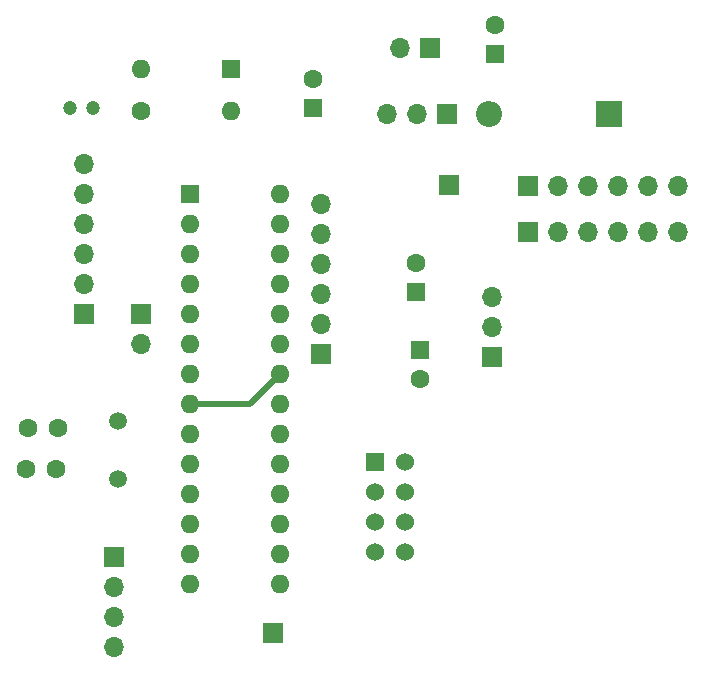
<source format=gtl>
G04 #@! TF.GenerationSoftware,KiCad,Pcbnew,(5.1.4)-1*
G04 #@! TF.CreationDate,2020-08-27T05:36:11+02:00*
G04 #@! TF.ProjectId,transmitter,7472616e-736d-4697-9474-65722e6b6963,v1.0*
G04 #@! TF.SameCoordinates,Original*
G04 #@! TF.FileFunction,Copper,L1,Top*
G04 #@! TF.FilePolarity,Positive*
%FSLAX46Y46*%
G04 Gerber Fmt 4.6, Leading zero omitted, Abs format (unit mm)*
G04 Created by KiCad (PCBNEW (5.1.4)-1) date 2020-08-27 05:36:11*
%MOMM*%
%LPD*%
G04 APERTURE LIST*
%ADD10R,1.600000X1.600000*%
%ADD11O,1.600000X1.600000*%
%ADD12O,1.700000X1.700000*%
%ADD13R,1.700000X1.700000*%
%ADD14C,1.600000*%
%ADD15C,1.200000*%
%ADD16R,2.200000X2.200000*%
%ADD17O,2.200000X2.200000*%
%ADD18R,1.524000X1.524000*%
%ADD19C,1.524000*%
%ADD20C,1.500000*%
%ADD21C,0.500000*%
G04 APERTURE END LIST*
D10*
X221424500Y-38354000D03*
D11*
X229044500Y-71374000D03*
X221424500Y-40894000D03*
X229044500Y-68834000D03*
X221424500Y-43434000D03*
X229044500Y-66294000D03*
X221424500Y-45974000D03*
X229044500Y-63754000D03*
X221424500Y-48514000D03*
X229044500Y-61214000D03*
X221424500Y-51054000D03*
X229044500Y-58674000D03*
X221424500Y-53594000D03*
X229044500Y-56134000D03*
X221424500Y-56134000D03*
X229044500Y-53594000D03*
X221424500Y-58674000D03*
X229044500Y-51054000D03*
X221424500Y-61214000D03*
X229044500Y-48514000D03*
X221424500Y-63754000D03*
X229044500Y-45974000D03*
X221424500Y-66294000D03*
X229044500Y-43434000D03*
X221424500Y-68834000D03*
X229044500Y-40894000D03*
X221424500Y-71374000D03*
X229044500Y-38354000D03*
D12*
X262699500Y-37655500D03*
X260159500Y-37655500D03*
X257619500Y-37655500D03*
X255079500Y-37655500D03*
X252539500Y-37655500D03*
D13*
X249999500Y-37655500D03*
D12*
X262699500Y-41592500D03*
X260159500Y-41592500D03*
X257619500Y-41592500D03*
X255079500Y-41592500D03*
X252539500Y-41592500D03*
D13*
X249999500Y-41592500D03*
D12*
X214947500Y-76708000D03*
X214947500Y-74168000D03*
X214947500Y-71628000D03*
D13*
X214947500Y-69088000D03*
D12*
X217297000Y-51054000D03*
D13*
X217297000Y-48514000D03*
X228473000Y-75501500D03*
D14*
X210058000Y-61658500D03*
X207558000Y-61658500D03*
X207748500Y-58166000D03*
X210248500Y-58166000D03*
D15*
X213233000Y-31115000D03*
X211233000Y-31115000D03*
D10*
X240538000Y-46672500D03*
D14*
X240538000Y-44172500D03*
X240855500Y-54062000D03*
D10*
X240855500Y-51562000D03*
X231838500Y-31115000D03*
D14*
X231838500Y-28615000D03*
X247269000Y-24043000D03*
D10*
X247269000Y-26543000D03*
X224917000Y-27813000D03*
D11*
X217297000Y-27813000D03*
D16*
X256921000Y-31623000D03*
D17*
X246761000Y-31623000D03*
D13*
X212471000Y-48514000D03*
D12*
X212471000Y-45974000D03*
X212471000Y-43434000D03*
X212471000Y-40894000D03*
X212471000Y-38354000D03*
X212471000Y-35814000D03*
D13*
X241744500Y-25971500D03*
D12*
X239204500Y-25971500D03*
X232537000Y-39179500D03*
X232537000Y-41719500D03*
X232537000Y-44259500D03*
X232537000Y-46799500D03*
X232537000Y-49339500D03*
D13*
X232537000Y-51879500D03*
X243332000Y-37592000D03*
D14*
X217297000Y-31369000D03*
D11*
X224917000Y-31369000D03*
D18*
X237109000Y-61087000D03*
D19*
X239649000Y-61087000D03*
X237109000Y-63627000D03*
X239649000Y-63627000D03*
X237109000Y-66167000D03*
X239649000Y-66167000D03*
X237109000Y-68707000D03*
X239649000Y-68707000D03*
D13*
X246951500Y-52197000D03*
D12*
X246951500Y-49657000D03*
X246951500Y-47117000D03*
X238125000Y-31623000D03*
X240665000Y-31623000D03*
D13*
X243205000Y-31623000D03*
D20*
X215328500Y-57594500D03*
X215328500Y-62494500D03*
D21*
X226504500Y-56134000D02*
X229044500Y-53594000D01*
X221424500Y-56134000D02*
X226504500Y-56134000D01*
M02*

</source>
